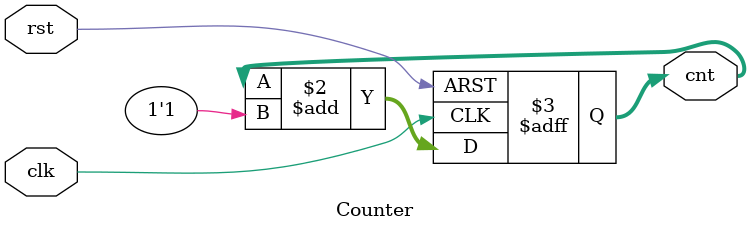
<source format=v>
module Counter(clk, rst, cnt);
	parameter n = 4;
	input clk, rst;
	output reg [n-1:0]cnt;
	
	always @(posedge clk or posedge rst) begin
		if(rst)
			cnt <= 0 ;
		else if(clk)
			cnt <= cnt + 1'b1;
		else 
			cnt <= cnt ;

	end
endmodule

</source>
